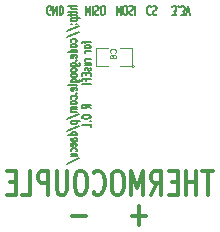
<source format=gbo>
G04 (created by PCBNEW (2013-07-07 BZR 4022)-stable) date 28/05/2014 08:13:03*
%MOIN*%
G04 Gerber Fmt 3.4, Leading zero omitted, Abs format*
%FSLAX34Y34*%
G01*
G70*
G90*
G04 APERTURE LIST*
%ADD10C,0.00590551*%
%ADD11C,0.005*%
%ADD12C,0.012*%
%ADD13C,0.0039*%
%ADD14C,0.0043*%
G04 APERTURE END LIST*
G54D10*
G54D11*
X40171Y-24290D02*
X39871Y-24290D01*
X40171Y-24376D02*
X40014Y-24376D01*
X39985Y-24366D01*
X39971Y-24347D01*
X39971Y-24319D01*
X39985Y-24300D01*
X40000Y-24290D01*
X39971Y-24442D02*
X39971Y-24519D01*
X39871Y-24471D02*
X40128Y-24471D01*
X40157Y-24480D01*
X40171Y-24500D01*
X40171Y-24519D01*
X39971Y-24557D02*
X39971Y-24633D01*
X39871Y-24585D02*
X40128Y-24585D01*
X40157Y-24595D01*
X40171Y-24614D01*
X40171Y-24633D01*
X39971Y-24700D02*
X40271Y-24700D01*
X39985Y-24700D02*
X39971Y-24719D01*
X39971Y-24757D01*
X39985Y-24776D01*
X40000Y-24785D01*
X40028Y-24795D01*
X40114Y-24795D01*
X40142Y-24785D01*
X40157Y-24776D01*
X40171Y-24757D01*
X40171Y-24719D01*
X40157Y-24700D01*
X40142Y-24880D02*
X40157Y-24890D01*
X40171Y-24880D01*
X40157Y-24871D01*
X40142Y-24880D01*
X40171Y-24880D01*
X39985Y-24880D02*
X40000Y-24890D01*
X40014Y-24880D01*
X40000Y-24871D01*
X39985Y-24880D01*
X40014Y-24880D01*
X39857Y-25119D02*
X40242Y-24947D01*
X39857Y-25328D02*
X40242Y-25157D01*
X40157Y-25480D02*
X40171Y-25461D01*
X40171Y-25423D01*
X40157Y-25404D01*
X40142Y-25395D01*
X40114Y-25385D01*
X40028Y-25385D01*
X40000Y-25395D01*
X39985Y-25404D01*
X39971Y-25423D01*
X39971Y-25461D01*
X39985Y-25480D01*
X40171Y-25595D02*
X40157Y-25576D01*
X40142Y-25566D01*
X40114Y-25557D01*
X40028Y-25557D01*
X40000Y-25566D01*
X39985Y-25576D01*
X39971Y-25595D01*
X39971Y-25623D01*
X39985Y-25642D01*
X40000Y-25652D01*
X40028Y-25661D01*
X40114Y-25661D01*
X40142Y-25652D01*
X40157Y-25642D01*
X40171Y-25623D01*
X40171Y-25595D01*
X40171Y-25833D02*
X39871Y-25833D01*
X40157Y-25833D02*
X40171Y-25814D01*
X40171Y-25776D01*
X40157Y-25757D01*
X40142Y-25747D01*
X40114Y-25738D01*
X40028Y-25738D01*
X40000Y-25747D01*
X39985Y-25757D01*
X39971Y-25776D01*
X39971Y-25814D01*
X39985Y-25833D01*
X40157Y-26004D02*
X40171Y-25985D01*
X40171Y-25947D01*
X40157Y-25928D01*
X40128Y-25919D01*
X40014Y-25919D01*
X39985Y-25928D01*
X39971Y-25947D01*
X39971Y-25985D01*
X39985Y-26004D01*
X40014Y-26014D01*
X40042Y-26014D01*
X40071Y-25919D01*
X40142Y-26100D02*
X40157Y-26109D01*
X40171Y-26100D01*
X40157Y-26090D01*
X40142Y-26100D01*
X40171Y-26100D01*
X39971Y-26280D02*
X40214Y-26280D01*
X40242Y-26271D01*
X40257Y-26261D01*
X40271Y-26242D01*
X40271Y-26214D01*
X40257Y-26195D01*
X40157Y-26280D02*
X40171Y-26261D01*
X40171Y-26223D01*
X40157Y-26204D01*
X40142Y-26195D01*
X40114Y-26185D01*
X40028Y-26185D01*
X40000Y-26195D01*
X39985Y-26204D01*
X39971Y-26223D01*
X39971Y-26261D01*
X39985Y-26280D01*
X40171Y-26404D02*
X40157Y-26385D01*
X40142Y-26376D01*
X40114Y-26366D01*
X40028Y-26366D01*
X40000Y-26376D01*
X39985Y-26385D01*
X39971Y-26404D01*
X39971Y-26433D01*
X39985Y-26452D01*
X40000Y-26461D01*
X40028Y-26471D01*
X40114Y-26471D01*
X40142Y-26461D01*
X40157Y-26452D01*
X40171Y-26433D01*
X40171Y-26404D01*
X40171Y-26585D02*
X40157Y-26566D01*
X40142Y-26557D01*
X40114Y-26547D01*
X40028Y-26547D01*
X40000Y-26557D01*
X39985Y-26566D01*
X39971Y-26585D01*
X39971Y-26614D01*
X39985Y-26633D01*
X40000Y-26642D01*
X40028Y-26652D01*
X40114Y-26652D01*
X40142Y-26642D01*
X40157Y-26633D01*
X40171Y-26614D01*
X40171Y-26585D01*
X39971Y-26823D02*
X40214Y-26823D01*
X40242Y-26814D01*
X40257Y-26804D01*
X40271Y-26785D01*
X40271Y-26757D01*
X40257Y-26738D01*
X40157Y-26823D02*
X40171Y-26804D01*
X40171Y-26766D01*
X40157Y-26747D01*
X40142Y-26738D01*
X40114Y-26728D01*
X40028Y-26728D01*
X40000Y-26738D01*
X39985Y-26747D01*
X39971Y-26766D01*
X39971Y-26804D01*
X39985Y-26823D01*
X40171Y-26947D02*
X40157Y-26928D01*
X40128Y-26919D01*
X39871Y-26919D01*
X40157Y-27100D02*
X40171Y-27080D01*
X40171Y-27042D01*
X40157Y-27023D01*
X40128Y-27014D01*
X40014Y-27014D01*
X39985Y-27023D01*
X39971Y-27042D01*
X39971Y-27080D01*
X39985Y-27100D01*
X40014Y-27109D01*
X40042Y-27109D01*
X40071Y-27014D01*
X40142Y-27195D02*
X40157Y-27204D01*
X40171Y-27195D01*
X40157Y-27185D01*
X40142Y-27195D01*
X40171Y-27195D01*
X40157Y-27376D02*
X40171Y-27357D01*
X40171Y-27319D01*
X40157Y-27300D01*
X40142Y-27290D01*
X40114Y-27280D01*
X40028Y-27280D01*
X40000Y-27290D01*
X39985Y-27300D01*
X39971Y-27319D01*
X39971Y-27357D01*
X39985Y-27376D01*
X40171Y-27490D02*
X40157Y-27471D01*
X40142Y-27461D01*
X40114Y-27452D01*
X40028Y-27452D01*
X40000Y-27461D01*
X39985Y-27471D01*
X39971Y-27490D01*
X39971Y-27519D01*
X39985Y-27538D01*
X40000Y-27547D01*
X40028Y-27557D01*
X40114Y-27557D01*
X40142Y-27547D01*
X40157Y-27538D01*
X40171Y-27519D01*
X40171Y-27490D01*
X40171Y-27642D02*
X39971Y-27642D01*
X40000Y-27642D02*
X39985Y-27652D01*
X39971Y-27671D01*
X39971Y-27700D01*
X39985Y-27719D01*
X40014Y-27728D01*
X40171Y-27728D01*
X40014Y-27728D02*
X39985Y-27738D01*
X39971Y-27757D01*
X39971Y-27785D01*
X39985Y-27804D01*
X40014Y-27814D01*
X40171Y-27814D01*
X39857Y-28052D02*
X40242Y-27880D01*
X39971Y-28119D02*
X40271Y-28119D01*
X39985Y-28119D02*
X39971Y-28138D01*
X39971Y-28176D01*
X39985Y-28195D01*
X40000Y-28204D01*
X40028Y-28214D01*
X40114Y-28214D01*
X40142Y-28204D01*
X40157Y-28195D01*
X40171Y-28176D01*
X40171Y-28138D01*
X40157Y-28119D01*
X39857Y-28442D02*
X40242Y-28271D01*
X40171Y-28595D02*
X39871Y-28595D01*
X40157Y-28595D02*
X40171Y-28576D01*
X40171Y-28538D01*
X40157Y-28519D01*
X40142Y-28509D01*
X40114Y-28500D01*
X40028Y-28500D01*
X40000Y-28509D01*
X39985Y-28519D01*
X39971Y-28538D01*
X39971Y-28576D01*
X39985Y-28595D01*
X40171Y-28776D02*
X40014Y-28776D01*
X39985Y-28766D01*
X39971Y-28747D01*
X39971Y-28709D01*
X39985Y-28690D01*
X40157Y-28776D02*
X40171Y-28757D01*
X40171Y-28709D01*
X40157Y-28690D01*
X40128Y-28680D01*
X40100Y-28680D01*
X40071Y-28690D01*
X40057Y-28709D01*
X40057Y-28757D01*
X40042Y-28776D01*
X40157Y-28947D02*
X40171Y-28928D01*
X40171Y-28890D01*
X40157Y-28871D01*
X40128Y-28861D01*
X40014Y-28861D01*
X39985Y-28871D01*
X39971Y-28890D01*
X39971Y-28928D01*
X39985Y-28947D01*
X40014Y-28957D01*
X40042Y-28957D01*
X40071Y-28861D01*
X40157Y-29128D02*
X40171Y-29109D01*
X40171Y-29071D01*
X40157Y-29052D01*
X40142Y-29042D01*
X40114Y-29033D01*
X40028Y-29033D01*
X40000Y-29042D01*
X39985Y-29052D01*
X39971Y-29071D01*
X39971Y-29109D01*
X39985Y-29128D01*
X39971Y-29300D02*
X40171Y-29300D01*
X39971Y-29214D02*
X40128Y-29214D01*
X40157Y-29223D01*
X40171Y-29242D01*
X40171Y-29271D01*
X40157Y-29290D01*
X40142Y-29300D01*
X39857Y-29538D02*
X40242Y-29366D01*
X40441Y-25457D02*
X40441Y-25533D01*
X40641Y-25485D02*
X40384Y-25485D01*
X40355Y-25495D01*
X40341Y-25514D01*
X40341Y-25533D01*
X40641Y-25628D02*
X40627Y-25609D01*
X40612Y-25599D01*
X40584Y-25590D01*
X40498Y-25590D01*
X40470Y-25599D01*
X40455Y-25609D01*
X40441Y-25628D01*
X40441Y-25657D01*
X40455Y-25676D01*
X40470Y-25685D01*
X40498Y-25695D01*
X40584Y-25695D01*
X40612Y-25685D01*
X40627Y-25676D01*
X40641Y-25657D01*
X40641Y-25628D01*
X40641Y-25780D02*
X40441Y-25780D01*
X40498Y-25780D02*
X40470Y-25790D01*
X40455Y-25799D01*
X40441Y-25819D01*
X40441Y-25838D01*
X40641Y-26057D02*
X40441Y-26057D01*
X40498Y-26057D02*
X40470Y-26066D01*
X40455Y-26076D01*
X40441Y-26095D01*
X40441Y-26114D01*
X40441Y-26266D02*
X40641Y-26266D01*
X40441Y-26180D02*
X40598Y-26180D01*
X40627Y-26190D01*
X40641Y-26209D01*
X40641Y-26238D01*
X40627Y-26257D01*
X40612Y-26266D01*
X40627Y-26352D02*
X40641Y-26371D01*
X40641Y-26409D01*
X40627Y-26428D01*
X40598Y-26438D01*
X40584Y-26438D01*
X40555Y-26428D01*
X40541Y-26409D01*
X40541Y-26380D01*
X40527Y-26361D01*
X40498Y-26352D01*
X40484Y-26352D01*
X40455Y-26361D01*
X40441Y-26380D01*
X40441Y-26409D01*
X40455Y-26428D01*
X40484Y-26523D02*
X40484Y-26590D01*
X40641Y-26619D02*
X40641Y-26523D01*
X40341Y-26523D01*
X40341Y-26619D01*
X40484Y-26771D02*
X40484Y-26704D01*
X40641Y-26704D02*
X40341Y-26704D01*
X40341Y-26799D01*
X40641Y-26876D02*
X40341Y-26876D01*
X40641Y-27695D02*
X40498Y-27628D01*
X40641Y-27580D02*
X40341Y-27580D01*
X40341Y-27657D01*
X40355Y-27676D01*
X40370Y-27685D01*
X40398Y-27695D01*
X40441Y-27695D01*
X40470Y-27685D01*
X40484Y-27676D01*
X40498Y-27657D01*
X40498Y-27580D01*
X40341Y-27971D02*
X40341Y-27990D01*
X40355Y-28009D01*
X40370Y-28019D01*
X40398Y-28028D01*
X40455Y-28038D01*
X40527Y-28038D01*
X40584Y-28028D01*
X40612Y-28019D01*
X40627Y-28009D01*
X40641Y-27990D01*
X40641Y-27971D01*
X40627Y-27952D01*
X40612Y-27942D01*
X40584Y-27933D01*
X40527Y-27923D01*
X40455Y-27923D01*
X40398Y-27933D01*
X40370Y-27942D01*
X40355Y-27952D01*
X40341Y-27971D01*
X40612Y-28123D02*
X40627Y-28133D01*
X40641Y-28123D01*
X40627Y-28114D01*
X40612Y-28123D01*
X40641Y-28123D01*
X40641Y-28323D02*
X40641Y-28209D01*
X40641Y-28266D02*
X40341Y-28266D01*
X40384Y-28247D01*
X40412Y-28228D01*
X40427Y-28209D01*
X40471Y-24278D02*
X40471Y-24578D01*
X40538Y-24364D01*
X40604Y-24578D01*
X40604Y-24278D01*
X40699Y-24278D02*
X40699Y-24578D01*
X40785Y-24292D02*
X40814Y-24278D01*
X40861Y-24278D01*
X40880Y-24292D01*
X40890Y-24307D01*
X40899Y-24335D01*
X40899Y-24364D01*
X40890Y-24392D01*
X40880Y-24407D01*
X40861Y-24421D01*
X40823Y-24435D01*
X40804Y-24450D01*
X40795Y-24464D01*
X40785Y-24492D01*
X40785Y-24521D01*
X40795Y-24550D01*
X40804Y-24564D01*
X40823Y-24578D01*
X40871Y-24578D01*
X40899Y-24564D01*
X41023Y-24578D02*
X41061Y-24578D01*
X41080Y-24564D01*
X41099Y-24535D01*
X41109Y-24478D01*
X41109Y-24378D01*
X41099Y-24321D01*
X41080Y-24292D01*
X41061Y-24278D01*
X41023Y-24278D01*
X41004Y-24292D01*
X40985Y-24321D01*
X40976Y-24378D01*
X40976Y-24478D01*
X40985Y-24535D01*
X41004Y-24564D01*
X41023Y-24578D01*
X41499Y-24278D02*
X41499Y-24578D01*
X41566Y-24364D01*
X41633Y-24578D01*
X41633Y-24278D01*
X41766Y-24578D02*
X41804Y-24578D01*
X41823Y-24564D01*
X41842Y-24535D01*
X41852Y-24478D01*
X41852Y-24378D01*
X41842Y-24321D01*
X41823Y-24292D01*
X41804Y-24278D01*
X41766Y-24278D01*
X41747Y-24292D01*
X41728Y-24321D01*
X41719Y-24378D01*
X41719Y-24478D01*
X41728Y-24535D01*
X41747Y-24564D01*
X41766Y-24578D01*
X41928Y-24292D02*
X41957Y-24278D01*
X42004Y-24278D01*
X42023Y-24292D01*
X42033Y-24307D01*
X42042Y-24335D01*
X42042Y-24364D01*
X42033Y-24392D01*
X42023Y-24407D01*
X42004Y-24421D01*
X41966Y-24435D01*
X41947Y-24450D01*
X41938Y-24464D01*
X41928Y-24492D01*
X41928Y-24521D01*
X41938Y-24550D01*
X41947Y-24564D01*
X41966Y-24578D01*
X42014Y-24578D01*
X42042Y-24564D01*
X42128Y-24278D02*
X42128Y-24578D01*
X42642Y-24307D02*
X42633Y-24292D01*
X42604Y-24278D01*
X42585Y-24278D01*
X42557Y-24292D01*
X42538Y-24321D01*
X42528Y-24350D01*
X42519Y-24407D01*
X42519Y-24450D01*
X42528Y-24507D01*
X42538Y-24535D01*
X42557Y-24564D01*
X42585Y-24578D01*
X42604Y-24578D01*
X42633Y-24564D01*
X42642Y-24550D01*
X42719Y-24292D02*
X42747Y-24278D01*
X42795Y-24278D01*
X42814Y-24292D01*
X42823Y-24307D01*
X42833Y-24335D01*
X42833Y-24364D01*
X42823Y-24392D01*
X42814Y-24407D01*
X42795Y-24421D01*
X42757Y-24435D01*
X42738Y-24450D01*
X42728Y-24464D01*
X42719Y-24492D01*
X42719Y-24521D01*
X42728Y-24550D01*
X42738Y-24564D01*
X42757Y-24578D01*
X42804Y-24578D01*
X42833Y-24564D01*
X43357Y-24578D02*
X43480Y-24578D01*
X43414Y-24464D01*
X43442Y-24464D01*
X43461Y-24450D01*
X43471Y-24435D01*
X43480Y-24407D01*
X43480Y-24335D01*
X43471Y-24307D01*
X43461Y-24292D01*
X43442Y-24278D01*
X43385Y-24278D01*
X43366Y-24292D01*
X43357Y-24307D01*
X43566Y-24307D02*
X43576Y-24292D01*
X43566Y-24278D01*
X43557Y-24292D01*
X43566Y-24307D01*
X43566Y-24278D01*
X43642Y-24578D02*
X43766Y-24578D01*
X43700Y-24464D01*
X43728Y-24464D01*
X43747Y-24450D01*
X43757Y-24435D01*
X43766Y-24407D01*
X43766Y-24335D01*
X43757Y-24307D01*
X43747Y-24292D01*
X43728Y-24278D01*
X43671Y-24278D01*
X43652Y-24292D01*
X43642Y-24307D01*
X43823Y-24578D02*
X43890Y-24278D01*
X43957Y-24578D01*
X39297Y-24564D02*
X39278Y-24578D01*
X39250Y-24578D01*
X39221Y-24564D01*
X39202Y-24535D01*
X39192Y-24507D01*
X39183Y-24450D01*
X39183Y-24407D01*
X39192Y-24350D01*
X39202Y-24321D01*
X39221Y-24292D01*
X39250Y-24278D01*
X39269Y-24278D01*
X39297Y-24292D01*
X39307Y-24307D01*
X39307Y-24407D01*
X39269Y-24407D01*
X39392Y-24278D02*
X39392Y-24578D01*
X39507Y-24278D01*
X39507Y-24578D01*
X39602Y-24278D02*
X39602Y-24578D01*
X39650Y-24578D01*
X39678Y-24564D01*
X39697Y-24535D01*
X39707Y-24507D01*
X39716Y-24450D01*
X39716Y-24407D01*
X39707Y-24350D01*
X39697Y-24321D01*
X39678Y-24292D01*
X39650Y-24278D01*
X39602Y-24278D01*
G54D12*
X42021Y-31269D02*
X42478Y-31269D01*
X42250Y-31573D02*
X42250Y-30964D01*
X40021Y-31269D02*
X40478Y-31269D01*
X44707Y-29773D02*
X44364Y-29773D01*
X44535Y-30573D02*
X44535Y-29773D01*
X44164Y-30573D02*
X44164Y-29773D01*
X44164Y-30154D02*
X43821Y-30154D01*
X43821Y-30573D02*
X43821Y-29773D01*
X43535Y-30154D02*
X43335Y-30154D01*
X43249Y-30573D02*
X43535Y-30573D01*
X43535Y-29773D01*
X43249Y-29773D01*
X42649Y-30573D02*
X42849Y-30192D01*
X42992Y-30573D02*
X42992Y-29773D01*
X42764Y-29773D01*
X42707Y-29811D01*
X42678Y-29850D01*
X42649Y-29926D01*
X42649Y-30040D01*
X42678Y-30116D01*
X42707Y-30154D01*
X42764Y-30192D01*
X42992Y-30192D01*
X42392Y-30573D02*
X42392Y-29773D01*
X42192Y-30345D01*
X41992Y-29773D01*
X41992Y-30573D01*
X41592Y-29773D02*
X41478Y-29773D01*
X41421Y-29811D01*
X41364Y-29888D01*
X41335Y-30040D01*
X41335Y-30307D01*
X41364Y-30459D01*
X41421Y-30535D01*
X41478Y-30573D01*
X41592Y-30573D01*
X41649Y-30535D01*
X41707Y-30459D01*
X41735Y-30307D01*
X41735Y-30040D01*
X41707Y-29888D01*
X41649Y-29811D01*
X41592Y-29773D01*
X40735Y-30497D02*
X40764Y-30535D01*
X40849Y-30573D01*
X40907Y-30573D01*
X40992Y-30535D01*
X41049Y-30459D01*
X41078Y-30383D01*
X41107Y-30230D01*
X41107Y-30116D01*
X41078Y-29964D01*
X41049Y-29888D01*
X40992Y-29811D01*
X40907Y-29773D01*
X40849Y-29773D01*
X40764Y-29811D01*
X40735Y-29850D01*
X40364Y-29773D02*
X40249Y-29773D01*
X40192Y-29811D01*
X40135Y-29888D01*
X40107Y-30040D01*
X40107Y-30307D01*
X40135Y-30459D01*
X40192Y-30535D01*
X40249Y-30573D01*
X40364Y-30573D01*
X40421Y-30535D01*
X40478Y-30459D01*
X40507Y-30307D01*
X40507Y-30040D01*
X40478Y-29888D01*
X40421Y-29811D01*
X40364Y-29773D01*
X39850Y-29773D02*
X39850Y-30421D01*
X39821Y-30497D01*
X39792Y-30535D01*
X39735Y-30573D01*
X39621Y-30573D01*
X39564Y-30535D01*
X39535Y-30497D01*
X39507Y-30421D01*
X39507Y-29773D01*
X39221Y-30573D02*
X39221Y-29773D01*
X38992Y-29773D01*
X38935Y-29811D01*
X38907Y-29850D01*
X38878Y-29926D01*
X38878Y-30040D01*
X38907Y-30116D01*
X38935Y-30154D01*
X38992Y-30192D01*
X39221Y-30192D01*
X38335Y-30573D02*
X38621Y-30573D01*
X38621Y-29773D01*
X38135Y-30154D02*
X37935Y-30154D01*
X37850Y-30573D02*
X38135Y-30573D01*
X38135Y-29773D01*
X37850Y-29773D01*
G54D13*
X42100Y-26300D02*
G75*
G03X42100Y-26300I-50J0D01*
G74*
G01*
X41600Y-26300D02*
X42000Y-26300D01*
X42000Y-26300D02*
X42000Y-25700D01*
X42000Y-25700D02*
X41600Y-25700D01*
X41200Y-25700D02*
X40800Y-25700D01*
X40800Y-25700D02*
X40800Y-26300D01*
X40800Y-26300D02*
X41200Y-26300D01*
G54D14*
X41460Y-25842D02*
X41470Y-25832D01*
X41479Y-25804D01*
X41479Y-25785D01*
X41470Y-25757D01*
X41451Y-25738D01*
X41432Y-25729D01*
X41395Y-25720D01*
X41367Y-25720D01*
X41329Y-25729D01*
X41310Y-25738D01*
X41292Y-25757D01*
X41282Y-25785D01*
X41282Y-25804D01*
X41292Y-25832D01*
X41301Y-25842D01*
X41367Y-25954D02*
X41357Y-25935D01*
X41348Y-25926D01*
X41329Y-25917D01*
X41320Y-25917D01*
X41301Y-25926D01*
X41292Y-25935D01*
X41282Y-25954D01*
X41282Y-25992D01*
X41292Y-26011D01*
X41301Y-26020D01*
X41320Y-26029D01*
X41329Y-26029D01*
X41348Y-26020D01*
X41357Y-26011D01*
X41367Y-25992D01*
X41367Y-25954D01*
X41376Y-25935D01*
X41385Y-25926D01*
X41404Y-25917D01*
X41442Y-25917D01*
X41460Y-25926D01*
X41470Y-25935D01*
X41479Y-25954D01*
X41479Y-25992D01*
X41470Y-26011D01*
X41460Y-26020D01*
X41442Y-26029D01*
X41404Y-26029D01*
X41385Y-26020D01*
X41376Y-26011D01*
X41367Y-25992D01*
M02*

</source>
